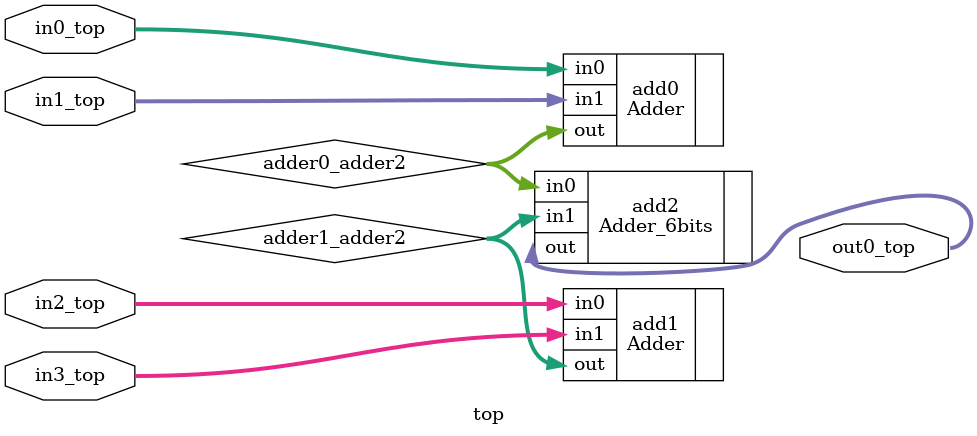
<source format=v>
module top(
	output [5:0] out0_top,
	input  [3:0] in0_top,
	input  [3:0] in1_top,
	input  [3:0] in2_top,
	input  [3:0] in3_top
			 );
				

wire [4:0] adder0_adder2;
wire [4:0] adder1_adder2;

Adder add0(
			.out(adder0_adder2),
			.in0(in0_top),
			.in1(in1_top),
				);

Adder add1(
			.out(adder1_adder2),
			.in0(in2_top),
			.in1(in3_top),	
				);
				
Adder_6bits add2(
			.out(out0_top),
			.in0(adder0_adder2),
			.in1(adder1_adder2),	
				);				
				
//assign out0_top = adder0_adder2 + adder1_adder2;
								

				
endmodule

</source>
